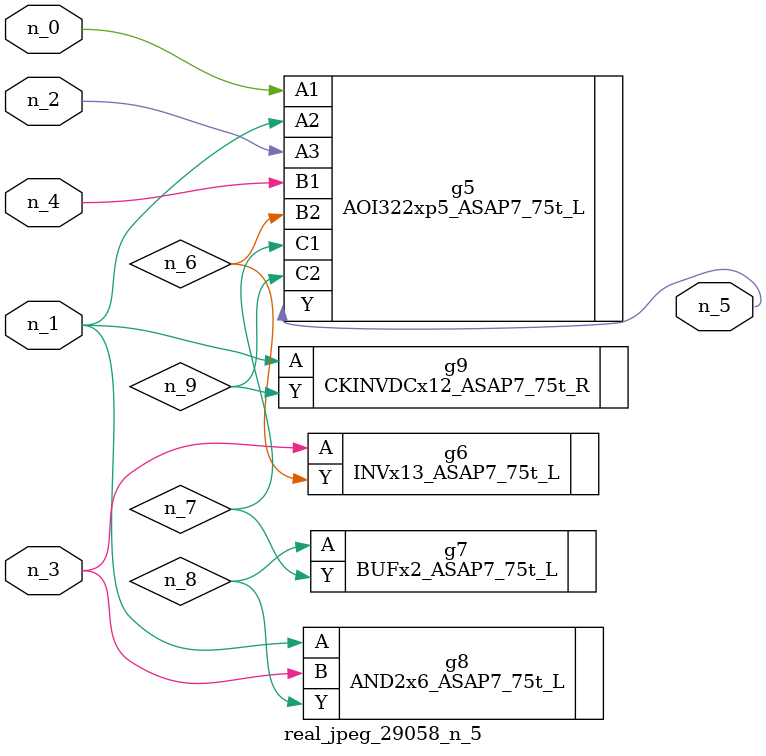
<source format=v>
module real_jpeg_29058_n_5 (n_4, n_0, n_1, n_2, n_3, n_5);

input n_4;
input n_0;
input n_1;
input n_2;
input n_3;

output n_5;

wire n_8;
wire n_6;
wire n_7;
wire n_9;

AOI322xp5_ASAP7_75t_L g5 ( 
.A1(n_0),
.A2(n_1),
.A3(n_2),
.B1(n_4),
.B2(n_6),
.C1(n_7),
.C2(n_9),
.Y(n_5)
);

AND2x6_ASAP7_75t_L g8 ( 
.A(n_1),
.B(n_3),
.Y(n_8)
);

CKINVDCx12_ASAP7_75t_R g9 ( 
.A(n_1),
.Y(n_9)
);

INVx13_ASAP7_75t_L g6 ( 
.A(n_3),
.Y(n_6)
);

BUFx2_ASAP7_75t_L g7 ( 
.A(n_8),
.Y(n_7)
);


endmodule
</source>
